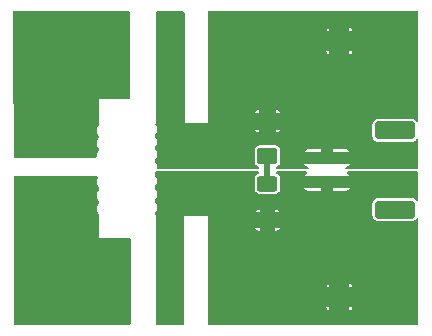
<source format=gbr>
%TF.GenerationSoftware,KiCad,Pcbnew,8.0.3*%
%TF.CreationDate,2024-07-10T14:42:46-05:00*%
%TF.ProjectId,banana to jst ph,62616e61-6e61-4207-946f-206a73742070,2*%
%TF.SameCoordinates,Original*%
%TF.FileFunction,Copper,L1,Top*%
%TF.FilePolarity,Positive*%
%FSLAX46Y46*%
G04 Gerber Fmt 4.6, Leading zero omitted, Abs format (unit mm)*
G04 Created by KiCad (PCBNEW 8.0.3) date 2024-07-10 14:42:46*
%MOMM*%
%LPD*%
G01*
G04 APERTURE LIST*
G04 Aperture macros list*
%AMRoundRect*
0 Rectangle with rounded corners*
0 $1 Rounding radius*
0 $2 $3 $4 $5 $6 $7 $8 $9 X,Y pos of 4 corners*
0 Add a 4 corners polygon primitive as box body*
4,1,4,$2,$3,$4,$5,$6,$7,$8,$9,$2,$3,0*
0 Add four circle primitives for the rounded corners*
1,1,$1+$1,$2,$3*
1,1,$1+$1,$4,$5*
1,1,$1+$1,$6,$7*
1,1,$1+$1,$8,$9*
0 Add four rect primitives between the rounded corners*
20,1,$1+$1,$2,$3,$4,$5,0*
20,1,$1+$1,$4,$5,$6,$7,0*
20,1,$1+$1,$6,$7,$8,$9,0*
20,1,$1+$1,$8,$9,$2,$3,0*%
G04 Aperture macros list end*
%TA.AperFunction,ComponentPad*%
%ADD10R,1.700000X1.700000*%
%TD*%
%TA.AperFunction,ComponentPad*%
%ADD11C,0.800000*%
%TD*%
%TA.AperFunction,ComponentPad*%
%ADD12C,6.400000*%
%TD*%
%TA.AperFunction,SMDPad,CuDef*%
%ADD13RoundRect,0.250000X1.500000X-0.250000X1.500000X0.250000X-1.500000X0.250000X-1.500000X-0.250000X0*%
%TD*%
%TA.AperFunction,SMDPad,CuDef*%
%ADD14RoundRect,0.250001X1.449999X-0.499999X1.449999X0.499999X-1.449999X0.499999X-1.449999X-0.499999X0*%
%TD*%
%TA.AperFunction,SMDPad,CuDef*%
%ADD15RoundRect,0.250000X0.625000X-0.400000X0.625000X0.400000X-0.625000X0.400000X-0.625000X-0.400000X0*%
%TD*%
%TA.AperFunction,SMDPad,CuDef*%
%ADD16RoundRect,0.250001X-0.624999X0.462499X-0.624999X-0.462499X0.624999X-0.462499X0.624999X0.462499X0*%
%TD*%
%TA.AperFunction,ViaPad*%
%ADD17C,0.800000*%
%TD*%
%TA.AperFunction,Conductor*%
%ADD18C,0.250000*%
%TD*%
%TA.AperFunction,Conductor*%
%ADD19C,0.500000*%
%TD*%
G04 APERTURE END LIST*
D10*
%TO.P,J3,1,Pin_1*%
%TO.N,GND*%
X152882600Y-88671400D03*
%TD*%
D11*
%TO.P,H1,1,1*%
%TO.N,/Positive*%
X126600138Y-108968250D03*
X127303082Y-107271194D03*
X127303082Y-110665306D03*
X129000138Y-106568250D03*
D12*
X129000138Y-108968250D03*
D11*
X129000138Y-111368250D03*
X130697194Y-107271194D03*
X130697194Y-110665306D03*
X131400138Y-108968250D03*
%TD*%
D13*
%TO.P,J1,1,Pin_1*%
%TO.N,/Positive*%
X151836000Y-100568000D03*
%TO.P,J1,2,Pin_2*%
%TO.N,GND*%
X151836000Y-98568000D03*
D14*
%TO.P,J1,MP*%
%TO.N,N/C*%
X157586000Y-102918000D03*
X157586000Y-96218000D03*
%TD*%
D10*
%TO.P,J2,1,Pin_1*%
%TO.N,/Positive*%
X152882600Y-110337600D03*
%TD*%
D15*
%TO.P,R1,1*%
%TO.N,/Positive*%
X146790000Y-103820000D03*
%TO.P,R1,2*%
%TO.N,Net-(D1-A)*%
X146790000Y-100720000D03*
%TD*%
D11*
%TO.P,H2,1,1*%
%TO.N,GND*%
X126600138Y-89918250D03*
X127303082Y-88221194D03*
X127303082Y-91615306D03*
X129000138Y-87518250D03*
D12*
X129000138Y-89918250D03*
D11*
X129000138Y-92318250D03*
X130697194Y-88221194D03*
X130697194Y-91615306D03*
X131400138Y-89918250D03*
%TD*%
D16*
%TO.P,D1,1,K*%
%TO.N,GND*%
X146790000Y-95432500D03*
%TO.P,D1,2,A*%
%TO.N,Net-(D1-A)*%
X146790000Y-98407500D03*
%TD*%
D17*
%TO.N,GND*%
X144856200Y-86588600D03*
X144856200Y-95250000D03*
X144856200Y-88320880D03*
X144856200Y-90053160D03*
X144856200Y-91785440D03*
X144856200Y-93517720D03*
%TO.N,/Positive*%
X144856200Y-110535720D03*
X144856200Y-105415080D03*
X144856200Y-107121960D03*
X144856200Y-103708200D03*
X144856200Y-108828840D03*
X144856200Y-112242600D03*
%TD*%
D18*
%TO.N,GND*%
X138500000Y-88450000D02*
X138500000Y-91250000D01*
D19*
%TO.N,Net-(D1-A)*%
X146790000Y-98407500D02*
X146790000Y-100720000D01*
%TD*%
%TA.AperFunction,Conductor*%
%TO.N,/Positive*%
G36*
X133225000Y-106000000D02*
G01*
X133225000Y-112689747D01*
X125455059Y-112689455D01*
X125388021Y-112669768D01*
X125342268Y-112616962D01*
X125331064Y-112565740D01*
X125315796Y-105928517D01*
X125313744Y-105036255D01*
X125575000Y-104775000D01*
X132000000Y-104775000D01*
X133225000Y-106000000D01*
G37*
%TD.AperFunction*%
%TD*%
%TA.AperFunction,Conductor*%
%TO.N,GND*%
G36*
X133325000Y-92575000D02*
G01*
X131875000Y-94025000D01*
X125288416Y-94025000D01*
X125270485Y-86230206D01*
X125290016Y-86163125D01*
X125342714Y-86117248D01*
X125394407Y-86105924D01*
X133325000Y-86101108D01*
X133325000Y-92575000D01*
G37*
%TD.AperFunction*%
%TD*%
%TA.AperFunction,Conductor*%
%TO.N,/Positive*%
G36*
X146039902Y-99719213D02*
G01*
X146076447Y-99769513D01*
X146076447Y-99831687D01*
X146039902Y-99881987D01*
X146013998Y-99895554D01*
X145998565Y-99900954D01*
X145952121Y-99917205D01*
X145952118Y-99917207D01*
X145842850Y-99997850D01*
X145762207Y-100107118D01*
X145762204Y-100107123D01*
X145718720Y-100231396D01*
X145717354Y-100235301D01*
X145714500Y-100265734D01*
X145714500Y-101174266D01*
X145714602Y-101175350D01*
X145717354Y-101204698D01*
X145762204Y-101332876D01*
X145762206Y-101332879D01*
X145762207Y-101332882D01*
X145842850Y-101442150D01*
X145952118Y-101522793D01*
X145952121Y-101522794D01*
X145952123Y-101522795D01*
X145977793Y-101531777D01*
X146080301Y-101567646D01*
X146110734Y-101570500D01*
X146110740Y-101570500D01*
X147469260Y-101570500D01*
X147469266Y-101570500D01*
X147499699Y-101567646D01*
X147627882Y-101522793D01*
X147737150Y-101442150D01*
X147817793Y-101332882D01*
X147862646Y-101204699D01*
X147865500Y-101174266D01*
X147865500Y-101068000D01*
X149898569Y-101068000D01*
X149978809Y-101175187D01*
X150093912Y-101261354D01*
X150093914Y-101261355D01*
X150228619Y-101311596D01*
X150228624Y-101311597D01*
X150288172Y-101318000D01*
X151336000Y-101318000D01*
X152336000Y-101318000D01*
X153383828Y-101318000D01*
X153443375Y-101311597D01*
X153443380Y-101311596D01*
X153578085Y-101261355D01*
X153578087Y-101261354D01*
X153693190Y-101175187D01*
X153773431Y-101068000D01*
X152336000Y-101068000D01*
X152336000Y-101318000D01*
X151336000Y-101318000D01*
X151336000Y-101068000D01*
X149898569Y-101068000D01*
X147865500Y-101068000D01*
X147865500Y-100265734D01*
X147862646Y-100235301D01*
X147817793Y-100107118D01*
X147737150Y-99997850D01*
X147627882Y-99917207D01*
X147627879Y-99917206D01*
X147627878Y-99917205D01*
X147587328Y-99903016D01*
X147566002Y-99895554D01*
X147516536Y-99857891D01*
X147498654Y-99798343D01*
X147519189Y-99739658D01*
X147570296Y-99704250D01*
X147599229Y-99700000D01*
X150024958Y-99700000D01*
X150084089Y-99719213D01*
X150120634Y-99769513D01*
X150120634Y-99831687D01*
X150085246Y-99881134D01*
X149978809Y-99960812D01*
X149898569Y-100068000D01*
X153773430Y-100068000D01*
X153693190Y-99960812D01*
X153586754Y-99881134D01*
X153550931Y-99830317D01*
X153551820Y-99768149D01*
X153589080Y-99718376D01*
X153647042Y-99700000D01*
X159480400Y-99700000D01*
X159539531Y-99719213D01*
X159576076Y-99769513D01*
X159581000Y-99800600D01*
X159581000Y-102092082D01*
X159561787Y-102151213D01*
X159511487Y-102187758D01*
X159449313Y-102187758D01*
X159399458Y-102151820D01*
X159358150Y-102095850D01*
X159248882Y-102015207D01*
X159248879Y-102015206D01*
X159248876Y-102015204D01*
X159156565Y-101982904D01*
X159120698Y-101970354D01*
X159090265Y-101967500D01*
X159090259Y-101967500D01*
X156081742Y-101967500D01*
X156081739Y-101967500D01*
X156081736Y-101967501D01*
X156063475Y-101969212D01*
X156051300Y-101970354D01*
X155923121Y-102015205D01*
X155923118Y-102015207D01*
X155813850Y-102095850D01*
X155733207Y-102205118D01*
X155733204Y-102205123D01*
X155688354Y-102333302D01*
X155685500Y-102363740D01*
X155685500Y-103472257D01*
X155685501Y-103472260D01*
X155688354Y-103502699D01*
X155733205Y-103630878D01*
X155733206Y-103630879D01*
X155733207Y-103630882D01*
X155813850Y-103740150D01*
X155923118Y-103820793D01*
X155923121Y-103820794D01*
X155923123Y-103820795D01*
X155948795Y-103829777D01*
X156051302Y-103865646D01*
X156081735Y-103868500D01*
X159090264Y-103868499D01*
X159120698Y-103865646D01*
X159248882Y-103820793D01*
X159358150Y-103740150D01*
X159399458Y-103684179D01*
X159450028Y-103648011D01*
X159512201Y-103648475D01*
X159562226Y-103685395D01*
X159581000Y-103743917D01*
X159581000Y-112599200D01*
X159561787Y-112658331D01*
X159511487Y-112694876D01*
X159480400Y-112699800D01*
X141832477Y-112699800D01*
X141773346Y-112680587D01*
X141736801Y-112630287D01*
X141731877Y-112599323D01*
X141730179Y-111212223D01*
X151782600Y-111212223D01*
X151797104Y-111285144D01*
X151852360Y-111367839D01*
X151935055Y-111423095D01*
X152007977Y-111437600D01*
X152032600Y-111437600D01*
X153732600Y-111437600D01*
X153757223Y-111437600D01*
X153830144Y-111423095D01*
X153912839Y-111367839D01*
X153968095Y-111285144D01*
X153982600Y-111212223D01*
X153982600Y-111187600D01*
X153732600Y-111187600D01*
X153732600Y-111437600D01*
X152032600Y-111437600D01*
X152032600Y-111187600D01*
X151782600Y-111187600D01*
X151782600Y-111212223D01*
X141730179Y-111212223D01*
X141729028Y-110271774D01*
X152382600Y-110271774D01*
X152382600Y-110403426D01*
X152416675Y-110530593D01*
X152482501Y-110644607D01*
X152575593Y-110737699D01*
X152689607Y-110803525D01*
X152816774Y-110837600D01*
X152948426Y-110837600D01*
X153075593Y-110803525D01*
X153189607Y-110737699D01*
X153282699Y-110644607D01*
X153348525Y-110530593D01*
X153382600Y-110403426D01*
X153382600Y-110271774D01*
X153348525Y-110144607D01*
X153282699Y-110030593D01*
X153189607Y-109937501D01*
X153075593Y-109871675D01*
X152948426Y-109837600D01*
X152816774Y-109837600D01*
X152689607Y-109871675D01*
X152575593Y-109937501D01*
X152482501Y-110030593D01*
X152416675Y-110144607D01*
X152382600Y-110271774D01*
X141729028Y-110271774D01*
X141728038Y-109462976D01*
X151782600Y-109462976D01*
X151782600Y-109487600D01*
X152032600Y-109487600D01*
X153732600Y-109487600D01*
X153982600Y-109487600D01*
X153982600Y-109462976D01*
X153968095Y-109390055D01*
X153912839Y-109307360D01*
X153830144Y-109252104D01*
X153757223Y-109237600D01*
X153732600Y-109237600D01*
X153732600Y-109487600D01*
X152032600Y-109487600D01*
X152032600Y-109237600D01*
X152007977Y-109237600D01*
X151935055Y-109252104D01*
X151852360Y-109307360D01*
X151797104Y-109390055D01*
X151782600Y-109462976D01*
X141728038Y-109462976D01*
X141721927Y-104470000D01*
X145727569Y-104470000D01*
X145807809Y-104577187D01*
X145922912Y-104663354D01*
X145922914Y-104663355D01*
X146057619Y-104713596D01*
X146057624Y-104713597D01*
X146117172Y-104720000D01*
X146140000Y-104720000D01*
X147440000Y-104720000D01*
X147462828Y-104720000D01*
X147522375Y-104713597D01*
X147522380Y-104713596D01*
X147657085Y-104663355D01*
X147657087Y-104663354D01*
X147772190Y-104577187D01*
X147852431Y-104470000D01*
X147440000Y-104470000D01*
X147440000Y-104720000D01*
X146140000Y-104720000D01*
X146140000Y-104470000D01*
X145727569Y-104470000D01*
X141721927Y-104470000D01*
X141720678Y-103450000D01*
X139725000Y-103450000D01*
X139742004Y-109741541D01*
X139749727Y-112599128D01*
X139730674Y-112658311D01*
X139680473Y-112694992D01*
X139649127Y-112700000D01*
X137475608Y-112700000D01*
X137416477Y-112680787D01*
X137379932Y-112630487D01*
X137375008Y-112599392D01*
X137375226Y-109741541D01*
X137375709Y-103432600D01*
X137375708Y-103432600D01*
X137371872Y-103428763D01*
X137324549Y-103413387D01*
X137288004Y-103363087D01*
X137283080Y-103332000D01*
X137283080Y-103199815D01*
X137292768Y-103170000D01*
X145727569Y-103170000D01*
X146140000Y-103170000D01*
X147440000Y-103170000D01*
X147852430Y-103170000D01*
X147772190Y-103062812D01*
X147657087Y-102976645D01*
X147657085Y-102976644D01*
X147522380Y-102926403D01*
X147522375Y-102926402D01*
X147462828Y-102920000D01*
X147440000Y-102920000D01*
X147440000Y-103170000D01*
X146140000Y-103170000D01*
X146140000Y-102920000D01*
X146117172Y-102920000D01*
X146057624Y-102926402D01*
X146057619Y-102926403D01*
X145922914Y-102976644D01*
X145922912Y-102976645D01*
X145807809Y-103062812D01*
X145727569Y-103170000D01*
X137292768Y-103170000D01*
X137302293Y-103140684D01*
X137312545Y-103128680D01*
X137344513Y-103096712D01*
X137344514Y-103096710D01*
X137358579Y-103072349D01*
X137419292Y-102967192D01*
X137458000Y-102822731D01*
X137458000Y-102673173D01*
X137457999Y-102673171D01*
X137457999Y-102673167D01*
X137419293Y-102528715D01*
X137419291Y-102528710D01*
X137344514Y-102399193D01*
X137312545Y-102367224D01*
X137284319Y-102311826D01*
X137283080Y-102296089D01*
X137283080Y-102063339D01*
X137302293Y-102004208D01*
X137312545Y-101992204D01*
X137344513Y-101960236D01*
X137344514Y-101960234D01*
X137358579Y-101935873D01*
X137419292Y-101830716D01*
X137458000Y-101686255D01*
X137458000Y-101536697D01*
X137457999Y-101536695D01*
X137457999Y-101536691D01*
X137419293Y-101392239D01*
X137419291Y-101392234D01*
X137344514Y-101262717D01*
X137312545Y-101230748D01*
X137284319Y-101175350D01*
X137283080Y-101159613D01*
X137283080Y-100926863D01*
X137302293Y-100867732D01*
X137312545Y-100855728D01*
X137344513Y-100823760D01*
X137344514Y-100823758D01*
X137358579Y-100799397D01*
X137419292Y-100694240D01*
X137458000Y-100549779D01*
X137458000Y-100400221D01*
X137457999Y-100400219D01*
X137457999Y-100400215D01*
X137419293Y-100255763D01*
X137419291Y-100255758D01*
X137344514Y-100126241D01*
X137312545Y-100094272D01*
X137284319Y-100038874D01*
X137283080Y-100023137D01*
X137283080Y-99800600D01*
X137302293Y-99741469D01*
X137352593Y-99704924D01*
X137383680Y-99700000D01*
X145980771Y-99700000D01*
X146039902Y-99719213D01*
G37*
%TD.AperFunction*%
%TA.AperFunction,Conductor*%
G36*
X132401395Y-100112863D02*
G01*
X132437940Y-100163163D01*
X132437940Y-100225337D01*
X132429386Y-100244550D01*
X132362202Y-100360914D01*
X132362200Y-100360919D01*
X132323494Y-100505371D01*
X132323494Y-100654940D01*
X132362200Y-100799392D01*
X132362202Y-100799397D01*
X132436979Y-100928914D01*
X132478415Y-100970350D01*
X132506641Y-101025748D01*
X132507880Y-101041485D01*
X132507880Y-101255303D01*
X132488667Y-101314434D01*
X132478415Y-101326438D01*
X132436981Y-101367872D01*
X132436979Y-101367873D01*
X132362202Y-101497390D01*
X132362200Y-101497395D01*
X132323494Y-101641847D01*
X132323494Y-101791416D01*
X132362200Y-101935868D01*
X132362202Y-101935873D01*
X132436979Y-102065390D01*
X132478415Y-102106826D01*
X132506641Y-102162224D01*
X132507880Y-102177961D01*
X132507880Y-102391779D01*
X132488667Y-102450910D01*
X132478415Y-102462914D01*
X132436981Y-102504348D01*
X132436979Y-102504349D01*
X132362202Y-102633866D01*
X132362200Y-102633871D01*
X132323494Y-102778323D01*
X132323494Y-102927892D01*
X132362200Y-103072344D01*
X132362202Y-103072349D01*
X132436979Y-103201866D01*
X132478415Y-103243302D01*
X132506641Y-103298700D01*
X132507880Y-103314437D01*
X132507880Y-103417534D01*
X132523761Y-103448703D01*
X132525000Y-103464440D01*
X132525000Y-105300000D01*
X135099400Y-105300000D01*
X135158531Y-105319213D01*
X135195076Y-105369513D01*
X135200000Y-105400600D01*
X135200000Y-112589219D01*
X135180787Y-112648350D01*
X135130487Y-112684895D01*
X135099396Y-112689819D01*
X130218601Y-112689634D01*
X130218599Y-112689635D01*
X130218598Y-112689635D01*
X129185950Y-112689596D01*
X128814340Y-112689581D01*
X128814338Y-112689582D01*
X128814337Y-112689582D01*
X127781583Y-112689543D01*
X125431714Y-112689454D01*
X125372584Y-112670239D01*
X125336041Y-112619937D01*
X125331118Y-112589085D01*
X125328469Y-111437600D01*
X125322499Y-108842327D01*
X127400138Y-108842327D01*
X127400138Y-109094173D01*
X127439535Y-109342918D01*
X127517359Y-109582437D01*
X127631695Y-109806833D01*
X127779726Y-110010580D01*
X127957808Y-110188662D01*
X128161555Y-110336693D01*
X128385951Y-110451029D01*
X128625470Y-110528853D01*
X128874215Y-110568250D01*
X129126061Y-110568250D01*
X129374806Y-110528853D01*
X129614325Y-110451029D01*
X129838721Y-110336693D01*
X130042468Y-110188662D01*
X130220550Y-110010580D01*
X130368581Y-109806833D01*
X130482917Y-109582437D01*
X130560741Y-109342918D01*
X130600138Y-109094173D01*
X130600138Y-108842327D01*
X130560741Y-108593582D01*
X130482917Y-108354063D01*
X130368581Y-108129667D01*
X130220550Y-107925920D01*
X130042468Y-107747838D01*
X129838721Y-107599807D01*
X129614325Y-107485471D01*
X129374806Y-107407647D01*
X129126061Y-107368250D01*
X128874215Y-107368250D01*
X128625470Y-107407647D01*
X128385951Y-107485471D01*
X128161555Y-107599807D01*
X127957808Y-107747838D01*
X127779726Y-107925920D01*
X127631695Y-108129667D01*
X127517359Y-108354063D01*
X127439535Y-108593582D01*
X127400138Y-108842327D01*
X125322499Y-108842327D01*
X125302607Y-100194479D01*
X125321684Y-100135306D01*
X125371900Y-100098645D01*
X125403207Y-100093650D01*
X132342264Y-100093650D01*
X132401395Y-100112863D01*
G37*
%TD.AperFunction*%
%TD*%
%TA.AperFunction,Conductor*%
%TO.N,GND*%
G36*
X159539531Y-86125213D02*
G01*
X159576076Y-86175513D01*
X159581000Y-86206600D01*
X159581000Y-95392082D01*
X159561787Y-95451213D01*
X159511487Y-95487758D01*
X159449313Y-95487758D01*
X159399458Y-95451820D01*
X159358150Y-95395850D01*
X159248882Y-95315207D01*
X159248879Y-95315206D01*
X159248876Y-95315204D01*
X159156565Y-95282904D01*
X159120698Y-95270354D01*
X159090265Y-95267500D01*
X159090259Y-95267500D01*
X156081742Y-95267500D01*
X156081739Y-95267500D01*
X156081736Y-95267501D01*
X156063475Y-95269212D01*
X156051300Y-95270354D01*
X155923121Y-95315205D01*
X155923118Y-95315207D01*
X155813850Y-95395850D01*
X155733207Y-95505118D01*
X155733204Y-95505123D01*
X155689691Y-95629482D01*
X155688354Y-95633302D01*
X155686320Y-95655000D01*
X155685500Y-95663740D01*
X155685500Y-96772257D01*
X155685501Y-96772260D01*
X155688354Y-96802699D01*
X155733205Y-96930878D01*
X155733206Y-96930879D01*
X155733207Y-96930882D01*
X155813850Y-97040150D01*
X155923118Y-97120793D01*
X155923121Y-97120794D01*
X155923123Y-97120795D01*
X155948795Y-97129777D01*
X156051302Y-97165646D01*
X156081735Y-97168500D01*
X159090264Y-97168499D01*
X159120698Y-97165646D01*
X159248882Y-97120793D01*
X159358150Y-97040150D01*
X159399458Y-96984179D01*
X159450028Y-96948011D01*
X159512201Y-96948475D01*
X159562226Y-96985395D01*
X159581000Y-97043917D01*
X159581000Y-99393900D01*
X159561787Y-99453031D01*
X159511487Y-99489576D01*
X159480400Y-99494500D01*
X153647041Y-99494500D01*
X153619141Y-99498817D01*
X153603758Y-99500000D01*
X153495839Y-99500000D01*
X153436708Y-99480787D01*
X153400163Y-99430487D01*
X153400163Y-99368313D01*
X153436708Y-99318013D01*
X153460683Y-99305143D01*
X153578087Y-99261354D01*
X153693190Y-99175187D01*
X153773431Y-99068000D01*
X149898569Y-99068000D01*
X149978809Y-99175187D01*
X150093912Y-99261354D01*
X150211317Y-99305143D01*
X150260006Y-99343808D01*
X150276669Y-99403708D01*
X150254941Y-99461962D01*
X150203123Y-99496320D01*
X150176161Y-99500000D01*
X150067599Y-99500000D01*
X150051862Y-99498761D01*
X150038735Y-99496682D01*
X150024960Y-99494500D01*
X150024958Y-99494500D01*
X147599229Y-99494500D01*
X147599214Y-99494500D01*
X147591262Y-99495081D01*
X147530890Y-99480222D01*
X147490782Y-99432715D01*
X147486257Y-99370705D01*
X147519045Y-99317880D01*
X147550712Y-99299795D01*
X147627882Y-99272793D01*
X147737150Y-99192150D01*
X147817793Y-99082882D01*
X147862646Y-98954698D01*
X147865500Y-98924265D01*
X147865499Y-98068000D01*
X149898569Y-98068000D01*
X151336000Y-98068000D01*
X152336000Y-98068000D01*
X153773430Y-98068000D01*
X153693190Y-97960812D01*
X153578087Y-97874645D01*
X153578085Y-97874644D01*
X153443380Y-97824403D01*
X153443375Y-97824402D01*
X153383828Y-97818000D01*
X152336000Y-97818000D01*
X152336000Y-98068000D01*
X151336000Y-98068000D01*
X151336000Y-97818000D01*
X150288172Y-97818000D01*
X150228624Y-97824402D01*
X150228619Y-97824403D01*
X150093914Y-97874644D01*
X150093912Y-97874645D01*
X149978809Y-97960812D01*
X149898569Y-98068000D01*
X147865499Y-98068000D01*
X147865499Y-97890736D01*
X147862646Y-97860302D01*
X147817793Y-97732118D01*
X147737150Y-97622850D01*
X147627882Y-97542207D01*
X147627879Y-97542206D01*
X147627876Y-97542204D01*
X147535565Y-97509904D01*
X147499698Y-97497354D01*
X147469265Y-97494500D01*
X147469259Y-97494500D01*
X146110742Y-97494500D01*
X146110739Y-97494500D01*
X146110736Y-97494501D01*
X146092475Y-97496212D01*
X146080300Y-97497354D01*
X145952121Y-97542205D01*
X145952118Y-97542207D01*
X145842850Y-97622850D01*
X145762207Y-97732118D01*
X145762204Y-97732123D01*
X145717354Y-97860302D01*
X145714500Y-97890740D01*
X145714500Y-98924257D01*
X145714500Y-98924259D01*
X145714501Y-98924264D01*
X145716783Y-98948611D01*
X145717354Y-98954699D01*
X145762205Y-99082878D01*
X145762206Y-99082879D01*
X145762207Y-99082882D01*
X145842850Y-99192150D01*
X145952118Y-99272793D01*
X145952121Y-99272794D01*
X145952123Y-99272795D01*
X145980732Y-99282805D01*
X146030946Y-99300375D01*
X146080413Y-99338039D01*
X146098295Y-99397586D01*
X146077761Y-99456272D01*
X146026654Y-99491679D01*
X145984736Y-99494506D01*
X145984713Y-99494810D01*
X145982647Y-99494647D01*
X145981988Y-99494692D01*
X145980777Y-99494500D01*
X145980771Y-99494500D01*
X137558600Y-99494500D01*
X137499469Y-99475287D01*
X137462924Y-99424987D01*
X137458000Y-99393900D01*
X137458000Y-99238346D01*
X137457999Y-99238339D01*
X137419293Y-99093887D01*
X137419291Y-99093882D01*
X137344514Y-98964365D01*
X137312545Y-98932396D01*
X137284319Y-98876998D01*
X137283080Y-98861261D01*
X137283080Y-98718507D01*
X137302293Y-98659376D01*
X137312545Y-98647372D01*
X137344513Y-98615404D01*
X137344514Y-98615402D01*
X137419291Y-98485885D01*
X137419292Y-98485884D01*
X137458000Y-98341423D01*
X137458000Y-98191865D01*
X137457999Y-98191863D01*
X137457999Y-98191859D01*
X137419293Y-98047407D01*
X137419291Y-98047402D01*
X137344514Y-97917885D01*
X137312545Y-97885916D01*
X137284319Y-97830518D01*
X137283080Y-97814781D01*
X137283080Y-97646627D01*
X137302293Y-97587496D01*
X137312545Y-97575492D01*
X137344513Y-97543524D01*
X137344514Y-97543522D01*
X137345273Y-97542207D01*
X137419292Y-97414004D01*
X137458000Y-97269543D01*
X137458000Y-97119985D01*
X137457999Y-97119983D01*
X137457999Y-97119979D01*
X137419293Y-96975527D01*
X137419291Y-96975522D01*
X137344514Y-96846005D01*
X137312545Y-96814036D01*
X137284319Y-96758638D01*
X137283080Y-96742901D01*
X137283080Y-96574747D01*
X137302293Y-96515616D01*
X137312545Y-96503612D01*
X137344513Y-96471644D01*
X137344514Y-96471642D01*
X137358579Y-96447281D01*
X137419292Y-96342124D01*
X137458000Y-96197663D01*
X137458000Y-96145000D01*
X145727571Y-96145000D01*
X145807811Y-96252188D01*
X145922915Y-96338354D01*
X146057621Y-96388597D01*
X146077500Y-96390733D01*
X147502500Y-96390733D01*
X147522378Y-96388597D01*
X147657084Y-96338354D01*
X147772188Y-96252188D01*
X147852429Y-96145000D01*
X147502500Y-96145000D01*
X147502500Y-96390733D01*
X146077500Y-96390733D01*
X146077500Y-96145000D01*
X145727571Y-96145000D01*
X137458000Y-96145000D01*
X137458000Y-96048105D01*
X137457999Y-96048103D01*
X137457999Y-96048099D01*
X137419293Y-95903647D01*
X137419291Y-95903642D01*
X137344514Y-95774125D01*
X137342195Y-95771806D01*
X137341129Y-95769714D01*
X137340499Y-95768893D01*
X137340651Y-95768776D01*
X137313969Y-95716408D01*
X137323695Y-95655000D01*
X137347338Y-95631356D01*
X137345468Y-95629482D01*
X137374999Y-95600000D01*
X137374998Y-95599999D01*
X137375000Y-95600000D01*
X137373398Y-86250001D01*
X137392601Y-86190868D01*
X137442894Y-86154314D01*
X137474019Y-86149385D01*
X139674427Y-86149973D01*
X139733553Y-86169202D01*
X139770085Y-86219511D01*
X139775000Y-86250573D01*
X139775012Y-94800000D01*
X139775012Y-94800002D01*
X139774999Y-95599999D01*
X139775000Y-95600000D01*
X141732000Y-95600000D01*
X141732000Y-94720000D01*
X145727571Y-94720000D01*
X146077500Y-94720000D01*
X147502500Y-94720000D01*
X147852428Y-94720000D01*
X147772188Y-94612811D01*
X147657084Y-94526645D01*
X147522375Y-94476402D01*
X147502500Y-94474265D01*
X147502500Y-94720000D01*
X146077500Y-94720000D01*
X146077500Y-94474265D01*
X146077499Y-94474265D01*
X146057624Y-94476402D01*
X145922915Y-94526645D01*
X145807811Y-94612811D01*
X145727571Y-94720000D01*
X141732000Y-94720000D01*
X141732000Y-89546023D01*
X151782600Y-89546023D01*
X151797104Y-89618944D01*
X151852360Y-89701639D01*
X151935055Y-89756895D01*
X152007977Y-89771400D01*
X152032600Y-89771400D01*
X153732600Y-89771400D01*
X153757223Y-89771400D01*
X153830144Y-89756895D01*
X153912839Y-89701639D01*
X153968095Y-89618944D01*
X153982600Y-89546023D01*
X153982600Y-89521400D01*
X153732600Y-89521400D01*
X153732600Y-89771400D01*
X152032600Y-89771400D01*
X152032600Y-89521400D01*
X151782600Y-89521400D01*
X151782600Y-89546023D01*
X141732000Y-89546023D01*
X141732000Y-88605574D01*
X152382600Y-88605574D01*
X152382600Y-88737226D01*
X152416675Y-88864393D01*
X152482501Y-88978407D01*
X152575593Y-89071499D01*
X152689607Y-89137325D01*
X152816774Y-89171400D01*
X152948426Y-89171400D01*
X153075593Y-89137325D01*
X153189607Y-89071499D01*
X153282699Y-88978407D01*
X153348525Y-88864393D01*
X153382600Y-88737226D01*
X153382600Y-88605574D01*
X153348525Y-88478407D01*
X153282699Y-88364393D01*
X153189607Y-88271301D01*
X153075593Y-88205475D01*
X152948426Y-88171400D01*
X152816774Y-88171400D01*
X152689607Y-88205475D01*
X152575593Y-88271301D01*
X152482501Y-88364393D01*
X152416675Y-88478407D01*
X152382600Y-88605574D01*
X141732000Y-88605574D01*
X141732000Y-87796776D01*
X151782600Y-87796776D01*
X151782600Y-87821400D01*
X152032600Y-87821400D01*
X153732600Y-87821400D01*
X153982600Y-87821400D01*
X153982600Y-87796776D01*
X153968095Y-87723855D01*
X153912839Y-87641160D01*
X153830144Y-87585904D01*
X153757223Y-87571400D01*
X153732600Y-87571400D01*
X153732600Y-87821400D01*
X152032600Y-87821400D01*
X152032600Y-87571400D01*
X152007977Y-87571400D01*
X151935055Y-87585904D01*
X151852360Y-87641160D01*
X151797104Y-87723855D01*
X151782600Y-87796776D01*
X141732000Y-87796776D01*
X141732000Y-86206600D01*
X141751213Y-86147469D01*
X141801513Y-86110924D01*
X141832600Y-86106000D01*
X159480400Y-86106000D01*
X159539531Y-86125213D01*
G37*
%TD.AperFunction*%
%TA.AperFunction,Conductor*%
G36*
X135108819Y-86119237D02*
G01*
X135145394Y-86169515D01*
X135150336Y-86200322D01*
X135174661Y-93447262D01*
X135155647Y-93506458D01*
X135105470Y-93543171D01*
X135074062Y-93548200D01*
X132500000Y-93548200D01*
X132516889Y-95505498D01*
X132507880Y-95534061D01*
X132507880Y-95766711D01*
X132488667Y-95825842D01*
X132478415Y-95837846D01*
X132436981Y-95879280D01*
X132436979Y-95879281D01*
X132362202Y-96008798D01*
X132362200Y-96008803D01*
X132323494Y-96153255D01*
X132323494Y-96302824D01*
X132362200Y-96447276D01*
X132362202Y-96447281D01*
X132436979Y-96576798D01*
X132478415Y-96618234D01*
X132506641Y-96673632D01*
X132507880Y-96689369D01*
X132507880Y-96838591D01*
X132488667Y-96897722D01*
X132478415Y-96909726D01*
X132436981Y-96951160D01*
X132436979Y-96951161D01*
X132362202Y-97080678D01*
X132362200Y-97080683D01*
X132323494Y-97225135D01*
X132323494Y-97374704D01*
X132362200Y-97519156D01*
X132362202Y-97519161D01*
X132436979Y-97648678D01*
X132478415Y-97690114D01*
X132506641Y-97745512D01*
X132507880Y-97761249D01*
X132507880Y-97910471D01*
X132488667Y-97969602D01*
X132478415Y-97981606D01*
X132436981Y-98023040D01*
X132436979Y-98023041D01*
X132362202Y-98152558D01*
X132362200Y-98152563D01*
X132323494Y-98297015D01*
X132323494Y-98446577D01*
X132324355Y-98453118D01*
X132321992Y-98453428D01*
X132319283Y-98505104D01*
X132280155Y-98553421D01*
X132225366Y-98569650D01*
X125399239Y-98569650D01*
X125340108Y-98550437D01*
X125303563Y-98500137D01*
X125298639Y-98469281D01*
X125298001Y-98191859D01*
X125278679Y-89792327D01*
X127400138Y-89792327D01*
X127400138Y-90044173D01*
X127439535Y-90292918D01*
X127517359Y-90532437D01*
X127631695Y-90756833D01*
X127779726Y-90960580D01*
X127957808Y-91138662D01*
X128161555Y-91286693D01*
X128385951Y-91401029D01*
X128625470Y-91478853D01*
X128874215Y-91518250D01*
X129126061Y-91518250D01*
X129374806Y-91478853D01*
X129614325Y-91401029D01*
X129838721Y-91286693D01*
X130042468Y-91138662D01*
X130220550Y-90960580D01*
X130368581Y-90756833D01*
X130482917Y-90532437D01*
X130560741Y-90292918D01*
X130600138Y-90044173D01*
X130600138Y-89792327D01*
X130560741Y-89543582D01*
X130482917Y-89304063D01*
X130368581Y-89079667D01*
X130220550Y-88875920D01*
X130042468Y-88697838D01*
X129838721Y-88549807D01*
X129614325Y-88435471D01*
X129374806Y-88357647D01*
X129126061Y-88318250D01*
X128874215Y-88318250D01*
X128625470Y-88357647D01*
X128385951Y-88435471D01*
X128161555Y-88549807D01*
X127957808Y-88697838D01*
X127779726Y-88875920D01*
X127631695Y-89079667D01*
X127517359Y-89304063D01*
X127439535Y-89543582D01*
X127400138Y-89792327D01*
X125278679Y-89792327D01*
X125270431Y-86206766D01*
X125289508Y-86147594D01*
X125339724Y-86110933D01*
X125370964Y-86105938D01*
X135049678Y-86100060D01*
X135108819Y-86119237D01*
G37*
%TD.AperFunction*%
%TD*%
M02*

</source>
